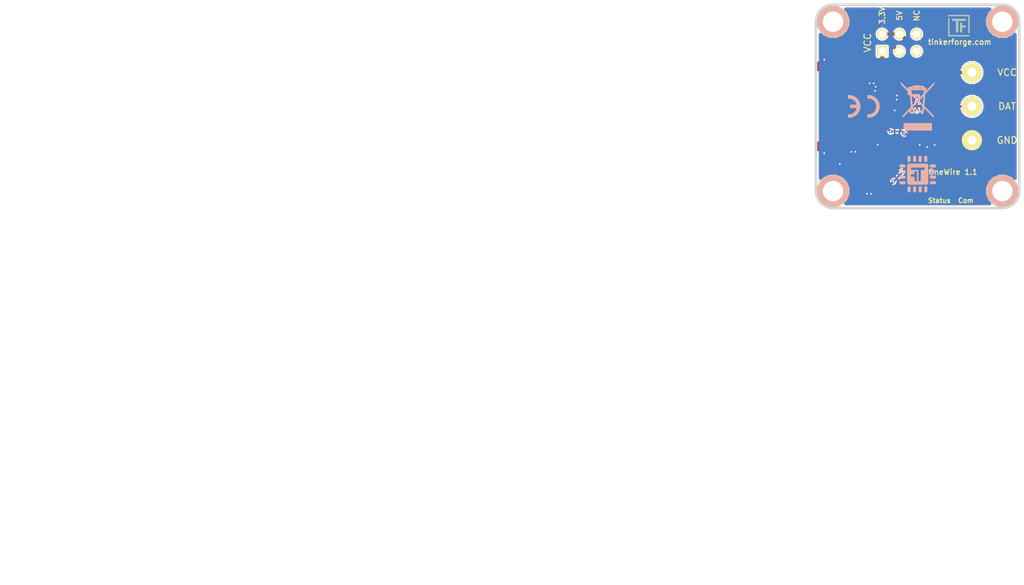
<source format=kicad_pcb>
(kicad_pcb (version 20171130) (host pcbnew 5.1.12-84ad8e8a86~92~ubuntu20.04.1)
  (title_block (title "1-Wire Bricklet") (date 2018-05-07) (rev 1.0) (company "Tinkerforge GmbH") (comment 1 "Licensed under CERN OHL v.1.1") (comment 2 "Copyright (©) 2018, L.Lauer <lukas@tinkerforge.com>"))
  (layers (0 F.Cu signal) (31 B.Cu signal hide) (34 B.Paste user) (35 F.Paste user) (36 B.SilkS user) (37 F.SilkS user) (38 B.Mask user) (39 F.Mask user) (44 Edge.Cuts user))
  (net 0 "")
  (net 1 GND)
  (net 2 S-MISO)
  (net 3 S-CS)
  (net 4 S-CLK)
  (net 5 S-MOSI)
  (net 6 3V3)
  (net 7 "Net-(C2-Pad2)")
  (net 8 "Net-(D1-Pad2)")
  (net 9 DAT)
  (net 10 "Net-(D3-Pad2)")
  (net 11 "Net-(P1-Pad4)")
  (net 12 "Net-(P1-Pad5)")
  (net 13 "Net-(P1-Pad6)")
  (net 14 "Net-(P2-Pad1)")
  (net 15 "Net-(P3-Pad2)")
  (net 16 RX)
  (net 17 TX)
  (net 18 "Net-(D2-Pad2)")
  (net 19 "Net-(RP2-Pad5)")
  (net 20 "Net-(RP2-Pad8)")
  (net 21 +5V)
  (net 22 VCC)
  (module kicad-libraries:Logo_CoMCU (layer B.Cu) (at 147.3 134.7 180)
    (fp_text reference G*** hide)
    (fp_text value LOGO hide)
  )
  (module kicad-libraries:WEEE_7mm (layer B.Cu) (at 147.3 124.7 180)
    (fp_text reference G*** hide)
    (fp_text value LOGO hide)
  )
  (module kicad-libraries:CE_5mm (layer B.Cu) (at 139.3 124.7 180)
    (fp_text reference VAL hide)
    (fp_text value CE_5mm hide)
  )
  (module kicad-libraries:DEBUG_PAD (layer F.Cu) (at 142.1 129.6)
    (fp_text reference P2)
    (fp_text value DEBUG)
    (pad 1 smd circle (at 0 0) (size 0.7 0.7) (layers F.Cu F.Paste F.Mask) (net 14 "Net-(P2-Pad1)"))
  )
  (module kicad-libraries:SolderJumper (layer F.Cu) (at 136.8 133.2)
    (fp_text reference P3)
    (fp_text value BOOT)
    (pad 2 smd rect (at 0.55 0) (size 0.3 1.4) (layers F.Cu F.Mask) (net 15 "Net-(P3-Pad2)"))
    (pad 2 smd rect (at 0.15 0) (size 0.6 0.5) (layers F.Cu F.Mask) (net 15 "Net-(P3-Pad2)"))
    (pad 1 smd rect (at -0.5 0) (size 0.4 1.4) (layers F.Cu F.Mask) (net 1 GND))
    (pad 1 smd rect (at -0.225 0.55) (size 0.95 0.3) (layers F.Cu F.Mask) (net 1 GND))
    (pad 1 smd rect (at -0.225 -0.55) (size 0.95 0.3) (layers F.Cu F.Mask) (net 1 GND))
  )
  (module kicad-libraries:QFN24-4x4mm-0.5mm (layer F.Cu) (at 140.9 133.4)
    (fp_text reference U1)
    (fp_text value XMC1302)
    (pad 1 smd oval (at -2.025 -1.25) (size 1 0.3) (layers F.Cu F.Paste F.Mask) (net 2 S-MISO))
    (pad 2 smd oval (at -2.025 -0.75) (size 1 0.3) (layers F.Cu F.Paste F.Mask))
    (pad 3 smd oval (at -2.025 -0.25) (size 1 0.3) (layers F.Cu F.Paste F.Mask))
    (pad 4 smd oval (at -2.025 0.25) (size 1 0.3) (layers F.Cu F.Paste F.Mask) (net 15 "Net-(P3-Pad2)"))
    (pad 5 smd oval (at -2.025 0.75) (size 1 0.3) (layers F.Cu F.Paste F.Mask))
    (pad 6 smd oval (at -2.025 1.25) (size 1 0.3) (layers F.Cu F.Paste F.Mask))
    (pad 7 smd oval (at -1.25 2.025 90) (size 1 0.3) (layers F.Cu F.Paste F.Mask))
    (pad 8 smd oval (at -0.75 2.025 90) (size 1 0.3) (layers F.Cu F.Paste F.Mask))
    (pad 9 smd oval (at -0.25 2.025 90) (size 1 0.3) (layers F.Cu F.Paste F.Mask) (net 1 GND))
    (pad 10 smd oval (at 0.25 2.025 90) (size 1 0.3) (layers F.Cu F.Paste F.Mask) (net 6 3V3))
    (pad 11 smd oval (at 0.75 2.025 90) (size 1 0.3) (layers F.Cu F.Paste F.Mask))
    (pad 12 smd oval (at 1.25 2.025 90) (size 1 0.3) (layers F.Cu F.Paste F.Mask))
    (pad 13 smd oval (at 2.025 1.25) (size 1 0.3) (layers F.Cu F.Paste F.Mask) (net 19 "Net-(RP2-Pad5)"))
    (pad 14 smd oval (at 2.025 0.75) (size 1 0.3) (layers F.Cu F.Paste F.Mask) (net 20 "Net-(RP2-Pad8)"))
    (pad 15 smd oval (at 2.025 0.25) (size 1 0.3) (layers F.Cu F.Paste F.Mask))
    (pad 16 smd oval (at 2.025 -0.25) (size 1 0.3) (layers F.Cu F.Paste F.Mask))
    (pad 17 smd oval (at 2.025 -0.75) (size 1 0.3) (layers F.Cu F.Paste F.Mask) (net 16 RX))
    (pad 18 smd oval (at 2.025 -1.25) (size 1 0.3) (layers F.Cu F.Paste F.Mask) (net 17 TX))
    (pad 19 smd oval (at 1.25 -2.025 90) (size 1 0.3) (layers F.Cu F.Paste F.Mask) (net 14 "Net-(P2-Pad1)"))
    (pad 20 smd oval (at 0.75 -2.025 90) (size 1 0.3) (layers F.Cu F.Paste F.Mask) (net 1 GND))
    (pad 21 smd oval (at 0.25 -2.025 90) (size 1 0.3) (layers F.Cu F.Paste F.Mask) (net 1 GND))
    (pad 22 smd oval (at -0.25 -2.025 90) (size 1 0.3) (layers F.Cu F.Paste F.Mask) (net 3 S-CS))
    (pad 23 smd oval (at -0.75 -2.025 90) (size 1 0.3) (layers F.Cu F.Paste F.Mask) (net 4 S-CLK))
    (pad 24 smd oval (at -1.25 -2.025 90) (size 1 0.3) (layers F.Cu F.Paste F.Mask) (net 5 S-MOSI))
    (pad EXP smd rect (at 0.65 0.65) (size 1.3 1.3) (layers F.Cu F.Paste F.Mask) (net 1 GND))
    (pad EXP smd rect (at 0.65 -0.65) (size 1.3 1.3) (layers F.Cu F.Paste F.Mask) (net 1 GND))
    (pad EXP smd rect (at -0.65 0.65) (size 1.3 1.3) (layers F.Cu F.Paste F.Mask) (net 1 GND))
    (pad EXP smd rect (at -0.65 -0.65) (size 1.3 1.3) (layers F.Cu F.Paste F.Mask) (net 1 GND))
  )
  (module kicad-libraries:AKL_5_3 (layer F.Cu) (at 155.3 124.7 270)
    (fp_text reference P5)
    (fp_text value CONN_01X03)
    (pad 1 thru_hole circle (at -5 0 270) (size 2.99974 2.99974) (drill 1.30048) (layers *.Cu *.Mask F.SilkS) (net 22 VCC))
    (pad 2 thru_hole circle (at 0 0 270) (size 2.99974 2.99974) (drill 1.30048) (layers *.Cu *.Mask F.SilkS) (net 9 DAT))
    (pad 3 thru_hole circle (at 5 0 270) (size 2.99974 2.99974) (drill 1.30048) (layers *.Cu *.Mask F.SilkS) (net 1 GND))
  )
  (module kicad-libraries:SC70-6 (layer F.Cu) (at 145.6 125.3 270)
    (fp_text reference U2)
    (fp_text value NC7WZ07)
    (pad 1 smd rect (at -0.65 0.95 270) (size 0.4 0.7) (layers F.Cu F.Paste F.Mask) (net 17 TX))
    (pad 2 smd rect (at 0 0.95 270) (size 0.4 0.7) (layers F.Cu F.Paste F.Mask) (net 1 GND))
    (pad 3 smd rect (at 0.65 0.95 270) (size 0.4 0.7) (layers F.Cu F.Paste F.Mask) (net 18 "Net-(D2-Pad2)"))
    (pad 4 smd rect (at 0.65 -0.95 270) (size 0.4 0.7) (layers F.Cu F.Paste F.Mask) (net 16 RX))
    (pad 6 smd rect (at -0.65 -0.95 270) (size 0.4 0.7) (layers F.Cu F.Paste F.Mask) (net 18 "Net-(D2-Pad2)"))
    (pad 5 smd rect (at 0 -0.95 270) (size 0.4 0.7) (layers F.Cu F.Paste F.Mask) (net 6 3V3))
  )
  (module kicad-libraries:Logo_31x31 (layer F.Cu) (at 151.8 111.2)
    (fp_text reference G*** hide)
    (fp_text value Logo_31x31 hide)
  )
  (module kicad-libraries:C0805 (layer F.Cu) (at 138.8 122.8 270)
    (fp_text reference C1)
    (fp_text value 10uF)
    (pad 1 smd rect (at -1.00076 0 270) (size 1.00076 1.24968) (layers F.Cu F.Paste F.Mask) (net 1 GND) (clearance 0.14986))
    (pad 2 smd rect (at 1.00076 0 270) (size 1.00076 1.24968) (layers F.Cu F.Paste F.Mask) (net 6 3V3) (clearance 0.14986))
  )
  (module kicad-libraries:C0603F (layer F.Cu) (at 140.3 122.8 270)
    (fp_text reference C3)
    (fp_text value 1uF)
    (pad 1 smd rect (at -0.75 0 270) (size 0.9 0.9) (layers F.Cu F.Paste F.Mask) (net 1 GND))
    (pad 2 smd rect (at 0.75 0 270) (size 0.9 0.9) (layers F.Cu F.Paste F.Mask) (net 6 3V3))
  )
  (module kicad-libraries:C0603F (layer F.Cu) (at 140.87 136.86 180)
    (fp_text reference C4)
    (fp_text value 100nF)
    (pad 1 smd rect (at -0.75 0 180) (size 0.9 0.9) (layers F.Cu F.Paste F.Mask) (net 6 3V3))
    (pad 2 smd rect (at 0.75 0 180) (size 0.9 0.9) (layers F.Cu F.Paste F.Mask) (net 1 GND))
  )
  (module kicad-libraries:D0603E (layer F.Cu) (at 150.5 137.3 180)
    (fp_text reference D1)
    (fp_text value blue)
    (pad 1 smd rect (at -0.8501 0 180) (size 1.1 1) (layers F.Cu F.Paste F.Mask) (net 6 3V3))
    (pad 2 smd rect (at 0.8501 0 180) (size 1.1 1) (layers F.Cu F.Paste F.Mask) (net 8 "Net-(D1-Pad2)"))
  )
  (module kicad-libraries:D0603E (layer F.Cu) (at 154.4 137.3 180)
    (fp_text reference D3)
    (fp_text value green)
    (pad 1 smd rect (at -0.8501 0 180) (size 1.1 1) (layers F.Cu F.Paste F.Mask) (net 6 3V3))
    (pad 2 smd rect (at 0.8501 0 180) (size 1.1 1) (layers F.Cu F.Paste F.Mask) (net 10 "Net-(D3-Pad2)"))
  )
  (module kicad-libraries:CON-SENSOR2 (layer F.Cu) (at 132.3 124.7 270)
    (fp_text reference P1)
    (fp_text value CON-SENSOR2)
    (pad 1 smd rect (at -3.75 -4.6 270) (size 0.6 1.8) (layers F.Cu F.Paste F.Mask) (net 21 +5V))
    (pad 2 smd rect (at -2.5 -4.6 270) (size 0.6 1.8) (layers F.Cu F.Paste F.Mask) (net 1 GND))
    (pad EP smd rect (at -5.9 -1.2 270) (size 1.4 2.4) (layers F.Cu F.Paste F.Mask) (net 1 GND))
    (pad EP smd rect (at 5.9 -1.2 270) (size 1.4 2.4) (layers F.Cu F.Paste F.Mask) (net 1 GND))
    (pad 3 smd rect (at -1.25 -4.6 270) (size 0.6 1.8) (layers F.Cu F.Paste F.Mask) (net 6 3V3))
    (pad 4 smd rect (at 0 -4.6 270) (size 0.6 1.8) (layers F.Cu F.Paste F.Mask) (net 11 "Net-(P1-Pad4)"))
    (pad 5 smd rect (at 1.25 -4.6 270) (size 0.6 1.8) (layers F.Cu F.Paste F.Mask) (net 12 "Net-(P1-Pad5)"))
    (pad 6 smd rect (at 2.5 -4.6 270) (size 0.6 1.8) (layers F.Cu F.Paste F.Mask) (net 13 "Net-(P1-Pad6)"))
    (pad 7 smd rect (at 3.75 -4.6 270) (size 0.6 1.8) (layers F.Cu F.Paste F.Mask) (net 7 "Net-(C2-Pad2)"))
  )
  (module kicad-libraries:pin_array_3x2 (layer F.Cu) (at 144.6 115.3)
    (fp_text reference P4)
    (fp_text value CONN_02X03 hide)
    (pad 1 thru_hole rect (at -2.54 1.27) (size 1.524 1.524) (drill 1.016) (layers *.Cu *.Mask F.SilkS) (net 6 3V3))
    (pad 2 thru_hole circle (at -2.54 -1.27) (size 1.524 1.524) (drill 1.016) (layers *.Cu *.Mask F.SilkS) (net 22 VCC))
    (pad 3 thru_hole circle (at 0 1.27) (size 1.524 1.524) (drill 1.016) (layers *.Cu *.Mask F.SilkS) (net 21 +5V))
    (pad 4 thru_hole circle (at 0 -1.27) (size 1.524 1.524) (drill 1.016) (layers *.Cu *.Mask F.SilkS) (net 22 VCC))
    (pad 5 thru_hole circle (at 2.54 1.27) (size 1.524 1.524) (drill 1.016) (layers *.Cu *.Mask F.SilkS))
    (pad 6 thru_hole circle (at 2.54 -1.27) (size 1.524 1.524) (drill 1.016) (layers *.Cu *.Mask F.SilkS))
  )
  (module kicad-libraries:R0603F (layer F.Cu) (at 148.7 122.5 270)
    (fp_text reference R2)
    (fp_text value 4k7)
    (pad 1 smd rect (at -0.75 0 270) (size 0.9 0.9) (layers F.Cu F.Paste F.Mask) (net 22 VCC))
    (pad 2 smd rect (at 0.75 0 270) (size 0.9 0.9) (layers F.Cu F.Paste F.Mask) (net 18 "Net-(D2-Pad2)"))
  )
  (module kicad-libraries:R0603F (layer F.Cu) (at 146.5 128.1 90)
    (fp_text reference R3)
    (fp_text value 4k7)
    (pad 1 smd rect (at -0.75 0 90) (size 0.9 0.9) (layers F.Cu F.Paste F.Mask) (net 6 3V3))
    (pad 2 smd rect (at 0.75 0 90) (size 0.9 0.9) (layers F.Cu F.Paste F.Mask) (net 16 RX))
  )
  (module kicad-libraries:4X0402 (layer F.Cu) (at 139.9 129.5 180)
    (fp_text reference RP1)
    (fp_text value 82)
    (pad 1 smd rect (at -0.7493 0.575) (size 0.29972 0.65) (layers F.Cu F.Paste F.Mask) (net 11 "Net-(P1-Pad4)"))
    (pad 2 smd rect (at -0.24892 0.575) (size 0.29972 0.65) (layers F.Cu F.Paste F.Mask) (net 12 "Net-(P1-Pad5)"))
    (pad 3 smd rect (at 0.24892 0.575) (size 0.29972 0.65) (layers F.Cu F.Paste F.Mask) (net 13 "Net-(P1-Pad6)"))
    (pad 4 smd rect (at 0.7493 0.575) (size 0.29972 0.65) (layers F.Cu F.Paste F.Mask) (net 7 "Net-(C2-Pad2)"))
    (pad 5 smd rect (at 0.7493 -0.575 180) (size 0.29972 0.65) (layers F.Cu F.Paste F.Mask) (net 2 S-MISO))
    (pad 6 smd rect (at 0.24892 -0.575 180) (size 0.29972 0.65) (layers F.Cu F.Paste F.Mask) (net 5 S-MOSI))
    (pad 7 smd rect (at -0.24892 -0.575 180) (size 0.29972 0.65) (layers F.Cu F.Paste F.Mask) (net 4 S-CLK))
    (pad 8 smd rect (at -0.7493 -0.575 180) (size 0.29972 0.65) (layers F.Cu F.Paste F.Mask) (net 3 S-CS))
  )
  (module kicad-libraries:DRILL_NP (layer F.Cu) (at 134.8 137.2)
    (fp_text reference U3 hide)
    (fp_text value DRILL hide)
    (pad "" np_thru_hole circle (at 0 0) (size 2.99974 2.99974) (drill 2.99974) (layers *.Cu *.Mask F.SilkS) (clearance 0.89916))
  )
  (module kicad-libraries:DRILL_NP (layer F.Cu) (at 159.8 137.2)
    (fp_text reference U4 hide)
    (fp_text value DRILL hide)
    (pad "" np_thru_hole circle (at 0 0) (size 2.99974 2.99974) (drill 2.99974) (layers *.Cu *.Mask F.SilkS) (clearance 0.89916))
  )
  (module kicad-libraries:DRILL_NP (layer F.Cu) (at 159.8 112.2)
    (fp_text reference U5 hide)
    (fp_text value DRILL hide)
    (pad "" np_thru_hole circle (at 0 0) (size 2.99974 2.99974) (drill 2.99974) (layers *.Cu *.Mask F.SilkS) (clearance 0.89916))
  )
  (module kicad-libraries:DRILL_NP (layer F.Cu) (at 134.8 112.2)
    (fp_text reference U6 hide)
    (fp_text value DRILL hide)
    (pad "" np_thru_hole circle (at 0 0) (size 2.99974 2.99974) (drill 2.99974) (layers *.Cu *.Mask F.SilkS) (clearance 0.89916))
  )
  (module kicad-libraries:C0603F (layer F.Cu) (at 145.7 123.5)
    (fp_text reference C5)
    (fp_text value 100nF)
    (pad 1 smd rect (at -0.75 0) (size 0.9 0.9) (layers F.Cu F.Paste F.Mask) (net 1 GND))
    (pad 2 smd rect (at 0.75 0) (size 0.9 0.9) (layers F.Cu F.Paste F.Mask) (net 6 3V3))
  )
  (module kicad-libraries:4X0603 (layer F.Cu) (at 146.3 136.4 270)
    (fp_text reference RP2)
    (fp_text value 1k)
    (pad 1 smd rect (at -1.19888 -0.8509 270) (size 0.44958 0.89916) (layers F.Cu F.Paste F.Mask) (net 8 "Net-(D1-Pad2)"))
    (pad 2 smd rect (at -0.39878 -0.8509 270) (size 0.44958 0.89916) (layers F.Cu F.Paste F.Mask))
    (pad 3 smd rect (at 0.39878 -0.8509 270) (size 0.44958 0.89916) (layers F.Cu F.Paste F.Mask))
    (pad 4 smd rect (at 1.19888 -0.8509 270) (size 0.44958 0.89916) (layers F.Cu F.Paste F.Mask) (net 10 "Net-(D3-Pad2)"))
    (pad 5 smd rect (at 1.19888 0.8509 270) (size 0.44958 0.89916) (layers F.Cu F.Paste F.Mask) (net 19 "Net-(RP2-Pad5)"))
    (pad 6 smd rect (at 0.39878 0.8509 270) (size 0.44958 0.89916) (layers F.Cu F.Paste F.Mask))
    (pad 7 smd rect (at -0.39878 0.8509 270) (size 0.44958 0.89916) (layers F.Cu F.Paste F.Mask))
    (pad 8 smd rect (at -1.19888 0.8509 270) (size 0.44958 0.89916) (layers F.Cu F.Paste F.Mask) (net 20 "Net-(RP2-Pad8)"))
  )
  (module kicad-libraries:Fiducial_Mark (layer F.Cu) (at 136.3 116.7)
    (fp_text reference Fiducial_Mark hide)
    (fp_text value VAL** hide)
    (pad 1 smd circle (at 0 0) (size 1.00076 1.00076) (layers F.Cu F.Paste F.Mask) (clearance 0.65024))
  )
  (module kicad-libraries:Fiducial_Mark (layer F.Cu) (at 160.3 132.7)
    (fp_text reference Fiducial_Mark hide)
    (fp_text value VAL** hide)
    (pad 1 smd circle (at 0 0) (size 1.00076 1.00076) (layers F.Cu F.Paste F.Mask) (clearance 0.65024))
  )
  (module kicad-libraries:Fiducial_Mark (layer F.Cu) (at 133.8 133.2)
    (fp_text reference Fiducial_Mark hide)
    (fp_text value VAL** hide)
    (pad 1 smd circle (at 0 0) (size 1.00076 1.00076) (layers F.Cu F.Paste F.Mask) (clearance 0.65024))
  )
  (module kicad-libraries:C0402F (layer F.Cu) (at 137.81 130.1 90)
    (fp_text reference C2)
    (fp_text value 220pF)
    (pad 2 smd rect (at 0.5 0 90) (size 0.6 0.7) (layers F.Cu F.Paste F.Mask) (net 7 "Net-(C2-Pad2)"))
    (pad 1 smd rect (at -0.5 0 90) (size 0.6 0.7) (layers F.Cu F.Paste F.Mask) (net 1 GND))
  )
  (module kicad-libraries:R0603F (layer F.Cu) (at 149.5 124.7 180)
    (fp_text reference R1)
    (fp_text value 100)
    (pad 1 smd rect (at -0.75 0 180) (size 0.9 0.9) (layers F.Cu F.Paste F.Mask) (net 9 DAT))
    (pad 2 smd rect (at 0.75 0 180) (size 0.9 0.9) (layers F.Cu F.Paste F.Mask) (net 18 "Net-(D2-Pad2)"))
  )
  (module kicad-libraries:MiniMelf (layer F.Cu) (at 148.7 128 270)
    (fp_text reference D2)
    (fp_text value 5V)
    (pad 1 smd rect (at 1.69926 0 270) (size 1.19888 1.6002) (layers F.Cu F.Paste F.Mask) (net 1 GND))
    (pad 2 smd rect (at -1.69926 0 270) (size 1.19888 1.6002) (layers F.Cu F.Paste F.Mask) (net 18 "Net-(D2-Pad2)"))
  )
  (gr_text VCC (at 139.9 115.3 90) (layer F.SilkS) (effects (font (size 1 1))))
  (gr_text Com (at 154.4 138.6) (layer F.SilkS) (effects (font (size 0.7 0.7))))
  (gr_text Status (at 150.5 138.6) (layer F.SilkS) (effects (font (size 0.7 0.7))))
  (gr_text NC (at 147.15 111.3 90) (layer F.SilkS) (effects (font (size 0.8 0.8))))
  (gr_text 5V (at 144.6 111.3 90) (layer F.SilkS) (effects (font (size 0.8 0.8))))
  (gr_text 3,3V (at 142.05 111.3 90) (layer F.SilkS) (effects (font (size 0.8 0.8))))
  (gr_text GND (at 160.5 129.7) (layer F.SilkS) (effects (font (size 1 1))))
  (gr_text DAT (at 160.5 124.7) (layer F.SilkS) (effects (font (size 1 1))))
  (gr_text VCC (at 160.5 119.7) (layer F.SilkS) (effects (font (size 1 1))))
  (gr_text "tinkerforge.com\n" (at 153.5 115.2) (layer F.SilkS) (effects (font (size 0.8 0.8))))
  (gr_text "OneWire 1.1" (at 152.5 134.4) (layer F.SilkS) (effects (font (size 0.8 0.8))))
  (gr_line (start 132.3 112.2) (end 132.3 137.2) (angle 90) (layer Edge.Cuts) (width 0.381))
  (gr_line (start 159.8 109.7) (end 134.8 109.7) (angle 90) (layer Edge.Cuts) (width 0.381))
  (gr_line (start 162.3 137.2) (end 162.3 112.2) (angle 90) (layer Edge.Cuts) (width 0.381))
  (gr_line (start 134.8 139.7) (end 159.8 139.7) (angle 90) (layer Edge.Cuts) (width 0.381))
  (gr_arc (start 134.8 137.2) (end 134.8 139.7) (angle 90) (layer Edge.Cuts) (width 0.381))
  (gr_arc (start 159.8 137.2) (end 162.3 137.2) (angle 90) (layer Edge.Cuts) (width 0.381))
  (gr_arc (start 159.8 112.2) (end 159.8 109.7) (angle 90) (layer Edge.Cuts) (width 0.381))
  (gr_arc (start 134.8 112.2) (end 132.3 112.2) (angle 90) (layer Edge.Cuts) (width 0.381))
  (segment (start 136.3 133.2) (end 136.3 133.6) (width 0.2) (layer F.Cu) (net 1))
  (segment (start 136.3 133.6) (end 136.4 133.7) (width 0.2) (layer F.Cu) (net 1))
  (segment (start 136.4 133.7) (end 136.6 133.7) (width 0.2) (layer F.Cu) (net 1))
  (segment (start 136.6 133.7) (end 136.575 133.75) (width 0.2) (layer F.Cu) (net 1))
  (segment (start 136.3 133.2) (end 136.3 132.7) (width 0.2) (layer F.Cu) (net 1))
  (segment (start 136.3 132.7) (end 136.6 132.7) (width 0.2) (layer F.Cu) (net 1))
  (segment (start 136.6 132.7) (end 136.575 132.65) (width 0.2) (layer F.Cu) (net 1))
  (segment (start 140.3 122.05) (end 140.65 122.05) (width 0.5) (layer F.Cu) (net 1))
  (segment (start 140.65 122.05) (end 141 122.4) (width 0.5) (layer F.Cu) (net 1))
  (via (at 141 122.4) (size 0.55) (drill 0.25) (layers F.Cu B.Cu) (net 1))
  (segment (start 140.3 122.05) (end 140.85 122.05) (width 0.5) (layer F.Cu) (net 1))
  (via (at 141.1 121.8) (size 0.55) (drill 0.25) (layers F.Cu B.Cu) (net 1))
  (segment (start 140.85 122.05) (end 141.1 121.8) (width 0.5) (layer F.Cu) (net 1))
  (segment (start 140.3 122.05) (end 140.3 121.8) (width 0.5) (layer F.Cu) (net 1))
  (segment (start 140.3 121.8) (end 140.8 121.3) (width 0.5) (layer F.Cu) (net 1))
  (via (at 140.8 121.3) (size 0.55) (drill 0.25) (layers F.Cu B.Cu) (net 1))
  (segment (start 140.3 122.05) (end 140.3 121.4) (width 0.5) (layer F.Cu) (net 1))
  (via (at 140.2 121.3) (size 0.55) (drill 0.25) (layers F.Cu B.Cu) (net 1))
  (segment (start 140.3 121.4) (end 140.2 121.3) (width 0.5) (layer F.Cu) (net 1))
  (segment (start 138.8 121.79924) (end 139.49924 121.79924) (width 0.5) (layer F.Cu) (net 1))
  (segment (start 139.75 122.05) (end 140.3 122.05) (width 0.5) (layer F.Cu) (net 1))
  (segment (start 139.49924 121.79924) (end 139.75 122.05) (width 0.5) (layer F.Cu) (net 1))
  (segment (start 136.9 122.2) (end 137.8 122.2) (width 0.5) (layer F.Cu) (net 1))
  (segment (start 137.8 122.2) (end 138.20076 121.79924) (width 0.5) (layer F.Cu) (net 1))
  (segment (start 138.20076 121.79924) (end 138.8 121.79924) (width 0.5) (layer F.Cu) (net 1))
  (segment (start 133.5 118.8) (end 133.5 117.8) (width 0.3) (layer F.Cu) (net 1))
  (via (at 133.5 117.8) (size 0.55) (drill 0.25) (layers F.Cu B.Cu) (net 1))
  (segment (start 133.5 130.6) (end 133.5 131.6) (width 0.3) (layer F.Cu) (net 1))
  (via (at 133.5 131.6) (size 0.55) (drill 0.25) (layers F.Cu B.Cu) (net 1))
  (segment (start 148.7 129.84912) (end 148.15088 129.84912) (width 0.5) (layer F.Cu) (net 1))
  (via (at 147.6 130.4) (size 0.55) (drill 0.25) (layers F.Cu B.Cu) (net 1))
  (segment (start 148.15088 129.84912) (end 147.6 130.4) (width 0.5) (layer F.Cu) (net 1))
  (segment (start 148.7 129.84912) (end 149.24912 129.84912) (width 0.5) (layer F.Cu) (net 1))
  (via (at 149.8 130.4) (size 0.55) (drill 0.25) (layers F.Cu B.Cu) (net 1))
  (segment (start 149.24912 129.84912) (end 149.8 130.4) (width 0.5) (layer F.Cu) (net 1))
  (segment (start 148.7 129.84912) (end 148.7 130.7) (width 0.5) (layer F.Cu) (net 1))
  (via (at 148.7 130.7) (size 0.55) (drill 0.25) (layers F.Cu B.Cu) (net 1))
  (segment (start 136.3 133.2) (end 135.8 133.2) (width 0.2) (layer F.Cu) (net 1))
  (via (at 135.8 133.2) (size 0.55) (drill 0.25) (layers F.Cu B.Cu) (net 1))
  (segment (start 140.12 136.86) (end 140.12 137.28) (width 0.5) (layer F.Cu) (net 1))
  (segment (start 140.12 137.28) (end 139.8 137.6) (width 0.5) (layer F.Cu) (net 1))
  (via (at 139.8 137.6) (size 0.55) (drill 0.25) (layers F.Cu B.Cu) (net 1))
  (segment (start 140.12 136.86) (end 140.12 137.32) (width 0.5) (layer F.Cu) (net 1))
  (via (at 140.4 137.6) (size 0.55) (drill 0.25) (layers F.Cu B.Cu) (net 1))
  (segment (start 140.12 137.32) (end 140.4 137.6) (width 0.5) (layer F.Cu) (net 1))
  (segment (start 137.81 130.75) (end 137.81 131.09) (width 0.5) (layer F.Cu) (net 1))
  (segment (start 137.81 131.09) (end 137.5 131.4) (width 0.5) (layer F.Cu) (net 1))
  (via (at 137.5 131.4) (size 0.55) (drill 0.25) (layers F.Cu B.Cu) (net 1))
  (segment (start 137.81 130.75) (end 137.81 131.11) (width 0.5) (layer F.Cu) (net 1))
  (via (at 138.1 131.4) (size 0.55) (drill 0.25) (layers F.Cu B.Cu) (net 1))
  (segment (start 137.81 131.11) (end 138.1 131.4) (width 0.5) (layer F.Cu) (net 1))
  (segment (start 144.95 123.5) (end 144.4 123.5) (width 0.5) (layer F.Cu) (net 1))
  (via (at 144.2 123.7) (size 0.55) (drill 0.25) (layers F.Cu B.Cu) (net 1))
  (segment (start 144.4 123.5) (end 144.2 123.7) (width 0.5) (layer F.Cu) (net 1))
  (segment (start 144.95 123.5) (end 144.6 123.5) (width 0.3) (layer F.Cu) (net 1))
  (segment (start 144.6 123.5) (end 144.2 123.1) (width 0.5) (layer F.Cu) (net 1))
  (via (at 144.2 123.1) (size 0.55) (drill 0.25) (layers F.Cu B.Cu) (net 1))
  (segment (start 144.65 125.3) (end 143.9 125.3) (width 0.3) (layer F.Cu) (net 1))
  (via (at 143.9 125.3) (size 0.55) (drill 0.25) (layers F.Cu B.Cu) (net 1))
  (segment (start 140.65 135.425) (end 140.65 134.45) (width 0.2) (layer F.Cu) (net 1))
  (segment (start 140.65 134.45) (end 140.25 134.05) (width 0.2) (layer F.Cu) (net 1))
  (segment (start 140.25 134.05) (end 140.25 132.75) (width 0.2) (layer F.Cu) (net 1))
  (segment (start 140.25 132.75) (end 141.55 132.75) (width 0.2) (layer F.Cu) (net 1))
  (segment (start 141.55 132.75) (end 141.55 134.05) (width 0.2) (layer F.Cu) (net 1))
  (segment (start 141.55 134.05) (end 140.25 134.05) (width 0.2) (layer F.Cu) (net 1))
  (segment (start 140.15 136.86) (end 140.15 136.59) (width 0.2) (layer F.Cu) (net 1))
  (segment (start 140.15 136.59) (end 140.65 136.09) (width 0.2) (layer F.Cu) (net 1))
  (segment (start 140.65 136.09) (end 140.65 135.425) (width 0.2) (layer F.Cu) (net 1))
  (segment (start 141.65 131.375) (end 141.65 130.6) (width 0.2) (layer F.Cu) (net 1))
  (segment (start 141.15 130.6) (end 141.4 130.35) (width 0.2) (layer F.Cu) (net 1))
  (segment (start 141.15 130.6) (end 141.15 131.375) (width 0.2) (layer F.Cu) (net 1))
  (segment (start 141.65 130.6) (end 141.4 130.35) (width 0.2) (layer F.Cu) (net 1))
  (via (at 141.4 130.35) (size 0.55) (drill 0.25) (layers F.Cu B.Cu) (net 1))
  (segment (start 139.1507 130.075) (end 139.1507 130.8493) (width 0.2) (layer F.Cu) (net 2))
  (segment (start 138.875 131.125) (end 138.875 132.15) (width 0.2) (layer F.Cu) (net 2))
  (segment (start 139.1507 130.8493) (end 138.875 131.125) (width 0.2) (layer F.Cu) (net 2))
  (segment (start 140.65 131.375) (end 140.65 130.0757) (width 0.2) (layer F.Cu) (net 3))
  (segment (start 140.65 130.0757) (end 140.6493 130.075) (width 0.2) (layer F.Cu) (net 3))
  (segment (start 140.15 131.375) (end 140.15 130.07608) (width 0.2) (layer F.Cu) (net 4))
  (segment (start 140.15 130.07608) (end 140.14892 130.075) (width 0.2) (layer F.Cu) (net 4))
  (segment (start 139.65 131.375) (end 139.65 130.07608) (width 0.2) (layer F.Cu) (net 5))
  (segment (start 139.65 130.07608) (end 139.65108 130.075) (width 0.2) (layer F.Cu) (net 5))
  (segment (start 142.06 116.57) (end 142.06 122.34) (width 0.5) (layer F.Cu) (net 6))
  (segment (start 142.06 122.34) (end 140.85 123.55) (width 0.5) (layer F.Cu) (net 6))
  (segment (start 146.5 128.85) (end 145.45 128.85) (width 0.3) (layer F.Cu) (net 6))
  (segment (start 140.3 125.4) (end 140.3 123.55) (width 0.3) (layer F.Cu) (net 6))
  (segment (start 143.3 128.4) (end 140.3 125.4) (width 0.3) (layer F.Cu) (net 6))
  (via (at 143.3 128.4) (size 0.55) (drill 0.25) (layers F.Cu B.Cu) (net 6))
  (segment (start 145 128.4) (end 143.3 128.4) (width 0.3) (layer B.Cu) (net 6))
  (segment (start 145.3 128.7) (end 145 128.4) (width 0.3) (layer B.Cu) (net 6))
  (via (at 145.3 128.7) (size 0.55) (drill 0.25) (layers F.Cu B.Cu) (net 6))
  (segment (start 145.45 128.85) (end 145.3 128.7) (width 0.3) (layer F.Cu) (net 6))
  (segment (start 141.62 136.86) (end 142.64 136.86) (width 0.3) (layer F.Cu) (net 6))
  (segment (start 146.5 132.8) (end 146.5 131.8) (width 0.3) (layer F.Cu) (net 6))
  (segment (start 145 134.3) (end 146.5 132.8) (width 0.3) (layer F.Cu) (net 6))
  (via (at 145 134.3) (size 0.55) (drill 0.25) (layers F.Cu B.Cu) (net 6))
  (segment (start 145 134.5) (end 145 134.3) (width 0.3) (layer B.Cu) (net 6))
  (segment (start 143.7 135.8) (end 145 134.5) (width 0.3) (layer B.Cu) (net 6))
  (via (at 143.7 135.8) (size 0.55) (drill 0.25) (layers F.Cu B.Cu) (net 6))
  (segment (start 142.64 136.86) (end 143.7 135.8) (width 0.3) (layer F.Cu) (net 6))
  (segment (start 155.2501 137.3) (end 155.2501 136.6501) (width 0.3) (layer F.Cu) (net 6))
  (segment (start 154.6 136) (end 150.7 136) (width 0.3) (layer F.Cu) (net 6))
  (segment (start 155.2501 136.6501) (end 154.6 136) (width 0.3) (layer F.Cu) (net 6))
  (segment (start 151.3501 137.3) (end 151.3501 136.6501) (width 0.3) (layer F.Cu) (net 6))
  (segment (start 146.5 131.8) (end 146.5 128.85) (width 0.3) (layer F.Cu) (net 6))
  (segment (start 151.3501 136.6501) (end 150.7 136) (width 0.3) (layer F.Cu) (net 6))
  (segment (start 150.7 136) (end 146.5 131.8) (width 0.3) (layer F.Cu) (net 6))
  (segment (start 136.9 123.45) (end 137.65 123.45) (width 0.3) (layer F.Cu) (net 6))
  (segment (start 137.65 123.45) (end 138.00076 123.80076) (width 0.3) (layer F.Cu) (net 6))
  (segment (start 138.00076 123.80076) (end 138.8 123.80076) (width 0.3) (layer F.Cu) (net 6))
  (segment (start 140.3 123.55) (end 139.85 123.55) (width 0.3) (layer F.Cu) (net 6))
  (segment (start 139.85 123.55) (end 139.59924 123.80076) (width 0.3) (layer F.Cu) (net 6))
  (segment (start 139.59924 123.80076) (end 138.8 123.80076) (width 0.3) (layer F.Cu) (net 6))
  (segment (start 146.45 123.5) (end 146.45 123.05) (width 0.3) (layer F.Cu) (net 6))
  (segment (start 146.45 123.05) (end 145.9 122.5) (width 0.3) (layer F.Cu) (net 6))
  (segment (start 145.9 122.5) (end 143.1 122.5) (width 0.3) (layer F.Cu) (net 6))
  (segment (start 143.1 122.5) (end 142.05 123.55) (width 0.3) (layer F.Cu) (net 6))
  (segment (start 142.05 123.55) (end 140.85 123.55) (width 0.3) (layer F.Cu) (net 6))
  (segment (start 140.85 123.55) (end 140.3 123.55) (width 0.3) (layer F.Cu) (net 6))
  (segment (start 147.2 125.3) (end 147.2 123.6) (width 0.3) (layer B.Cu) (net 6))
  (via (at 147.2 125.3) (size 0.55) (drill 0.25) (layers F.Cu B.Cu) (net 6))
  (segment (start 146.55 125.3) (end 147.2 125.3) (width 0.3) (layer F.Cu) (net 6))
  (segment (start 147.1 123.5) (end 146.45 123.5) (width 0.3) (layer F.Cu) (net 6))
  (segment (start 147.2 123.6) (end 147.1 123.5) (width 0.3) (layer F.Cu) (net 6))
  (via (at 147.2 123.6) (size 0.55) (drill 0.25) (layers F.Cu B.Cu) (net 6))
  (segment (start 141.65 136.86) (end 141.65 136.68) (width 0.2) (layer F.Cu) (net 6))
  (segment (start 141.65 136.68) (end 141.15 136.18) (width 0.2) (layer F.Cu) (net 6))
  (segment (start 141.15 136.18) (end 141.15 135.425) (width 0.2) (layer F.Cu) (net 6))
  (segment (start 137.81 129.45) (end 138.36 129.45) (width 0.2) (layer F.Cu) (net 7))
  (segment (start 138.885 128.925) (end 139.1507 128.925) (width 0.2) (layer F.Cu) (net 7))
  (segment (start 138.36 129.45) (end 138.885 128.925) (width 0.2) (layer F.Cu) (net 7))
  (segment (start 137.81 129.45) (end 137.81 129.11) (width 0.2) (layer F.Cu) (net 7))
  (segment (start 137.81 129.11) (end 137.15 128.45) (width 0.2) (layer F.Cu) (net 7))
  (segment (start 137.15 128.45) (end 136.9 128.45) (width 0.2) (layer F.Cu) (net 7))
  (segment (start 137 128.45) (end 136.9 128.45) (width 0.2) (layer F.Cu) (net 7))
  (segment (start 149.6499 137.3) (end 149.1 137.3) (width 0.2) (layer F.Cu) (net 8))
  (segment (start 149.1 137.3) (end 148.3 136.5) (width 0.2) (layer F.Cu) (net 8))
  (segment (start 148.3 136.5) (end 148.3 135.7) (width 0.2) (layer F.Cu) (net 8))
  (segment (start 148.3 135.7) (end 147.80112 135.20112) (width 0.2) (layer F.Cu) (net 8))
  (segment (start 147.80112 135.20112) (end 147.1509 135.20112) (width 0.2) (layer F.Cu) (net 8))
  (segment (start 150.25 124.7) (end 155.3 124.7) (width 0.3) (layer F.Cu) (net 9))
  (segment (start 147.1509 137.59888) (end 147.29888 137.59888) (width 0.2) (layer F.Cu) (net 10))
  (segment (start 147.29888 137.59888) (end 148.3 138.6) (width 0.2) (layer F.Cu) (net 10))
  (segment (start 148.3 138.6) (end 152.8 138.6) (width 0.2) (layer F.Cu) (net 10))
  (segment (start 152.8 138.6) (end 153.5499 137.8501) (width 0.2) (layer F.Cu) (net 10))
  (segment (start 153.5499 137.8501) (end 153.5499 137.3) (width 0.2) (layer F.Cu) (net 10))
  (segment (start 136.9 124.7) (end 137.9 124.7) (width 0.2) (layer F.Cu) (net 11))
  (segment (start 140.6493 127.4493) (end 140.6493 128.925) (width 0.2) (layer F.Cu) (net 11))
  (segment (start 137.9 124.7) (end 140.6493 127.4493) (width 0.2) (layer F.Cu) (net 11))
  (segment (start 136.9 125.95) (end 137.9 125.95) (width 0.2) (layer F.Cu) (net 12))
  (segment (start 140.14892 128.19892) (end 140.14892 128.925) (width 0.2) (layer F.Cu) (net 12))
  (segment (start 137.9 125.95) (end 140.14892 128.19892) (width 0.2) (layer F.Cu) (net 12))
  (segment (start 136.9 127.2) (end 138.35 127.2) (width 0.2) (layer F.Cu) (net 13))
  (segment (start 139.65108 128.50108) (end 139.65108 128.925) (width 0.2) (layer F.Cu) (net 13))
  (segment (start 138.35 127.2) (end 139.65108 128.50108) (width 0.2) (layer F.Cu) (net 13))
  (segment (start 142.15 131.375) (end 142.15 130.55) (width 0.2) (layer F.Cu) (net 14))
  (segment (start 142.1 130.5) (end 142.1 129.6) (width 0.2) (layer F.Cu) (net 14))
  (segment (start 142.15 130.55) (end 142.1 130.5) (width 0.2) (layer F.Cu) (net 14))
  (segment (start 137.35 133.2) (end 136.95 133.2) (width 0.2) (layer F.Cu) (net 15))
  (segment (start 138.875 133.65) (end 138.05 133.65) (width 0.2) (layer F.Cu) (net 15))
  (segment (start 137.6 133.2) (end 136.95 133.2) (width 0.2) (layer F.Cu) (net 15))
  (segment (start 138.05 133.65) (end 137.6 133.2) (width 0.2) (layer F.Cu) (net 15))
  (segment (start 146.5 127.35) (end 145.55 127.35) (width 0.2) (layer F.Cu) (net 16))
  (segment (start 143.85 132.65) (end 142.925 132.65) (width 0.2) (layer F.Cu) (net 16))
  (segment (start 144.6 131.9) (end 143.85 132.65) (width 0.2) (layer F.Cu) (net 16))
  (segment (start 144.6 128.3) (end 144.6 131.9) (width 0.2) (layer F.Cu) (net 16))
  (segment (start 145.55 127.35) (end 144.6 128.3) (width 0.2) (layer F.Cu) (net 16))
  (segment (start 146.55 125.95) (end 146.55 127.3) (width 0.3) (layer F.Cu) (net 16))
  (segment (start 146.55 127.3) (end 146.5 127.35) (width 0.3) (layer F.Cu) (net 16))
  (segment (start 144.65 124.65) (end 143.65 124.65) (width 0.2) (layer F.Cu) (net 17))
  (segment (start 143.45 132.15) (end 142.925 132.15) (width 0.2) (layer F.Cu) (net 17))
  (segment (start 143.9 131.7) (end 143.45 132.15) (width 0.2) (layer F.Cu) (net 17))
  (segment (start 143.9 127.7) (end 143.9 131.7) (width 0.2) (layer F.Cu) (net 17))
  (segment (start 143.9 127.7) (end 143.3 127.1) (width 0.2) (layer F.Cu) (net 17))
  (segment (start 143.3 127.1) (end 143.3 125) (width 0.2) (layer F.Cu) (net 17))
  (segment (start 143.3 125) (end 143.65 124.65) (width 0.2) (layer F.Cu) (net 17))
  (segment (start 144.65 125.95) (end 145.15 125.95) (width 0.3) (layer F.Cu) (net 18))
  (segment (start 145.95 124.65) (end 146.55 124.65) (width 0.3) (layer F.Cu) (net 18))
  (segment (start 145.6 125) (end 145.95 124.65) (width 0.3) (layer F.Cu) (net 18))
  (segment (start 145.6 125.5) (end 145.6 125) (width 0.3) (layer F.Cu) (net 18))
  (segment (start 145.15 125.95) (end 145.6 125.5) (width 0.3) (layer F.Cu) (net 18))
  (segment (start 146.55 124.65) (end 148.7 124.65) (width 0.3) (layer F.Cu) (net 18))
  (segment (start 148.7 124.65) (end 148.75 124.7) (width 0.3) (layer F.Cu) (net 18))
  (segment (start 148.7 123.25) (end 148.7 124.65) (width 0.3) (layer F.Cu) (net 18))
  (segment (start 148.7 124.65) (end 148.75 124.7) (width 0.3) (layer F.Cu) (net 18))
  (segment (start 148.7 126.15088) (end 148.7 124.75) (width 0.3) (layer F.Cu) (net 18))
  (segment (start 148.7 124.75) (end 148.75 124.7) (width 0.3) (layer F.Cu) (net 18))
  (segment (start 145.4491 137.59888) (end 144.99888 137.59888) (width 0.2) (layer F.Cu) (net 19))
  (segment (start 143.55 134.65) (end 142.925 134.65) (width 0.2) (layer F.Cu) (net 19))
  (segment (start 144.3 135.4) (end 143.55 134.65) (width 0.2) (layer F.Cu) (net 19))
  (segment (start 144.3 136.9) (end 144.3 135.4) (width 0.2) (layer F.Cu) (net 19))
  (segment (start 144.99888 137.59888) (end 144.3 136.9) (width 0.2) (layer F.Cu) (net 19))
  (segment (start 142.925 134.15) (end 143.85 134.15) (width 0.2) (layer F.Cu) (net 20))
  (segment (start 144.90112 135.20112) (end 145.4491 135.20112) (width 0.2) (layer F.Cu) (net 20))
  (segment (start 143.85 134.15) (end 144.90112 135.20112) (width 0.2) (layer F.Cu) (net 20))
  (segment (start 144.6 116.57) (end 144.47 116.57) (width 0.5) (layer F.Cu) (net 21))
  (segment (start 144.47 116.57) (end 143.2 115.3) (width 0.5) (layer F.Cu) (net 21))
  (segment (start 143.2 115.3) (end 140 115.3) (width 0.5) (layer F.Cu) (net 21))
  (segment (start 140 115.3) (end 138.5 116.8) (width 0.5) (layer F.Cu) (net 21))
  (segment (start 138.5 116.8) (end 138.5 120.4) (width 0.5) (layer F.Cu) (net 21))
  (segment (start 138.5 120.4) (end 137.95 120.95) (width 0.5) (layer F.Cu) (net 21))
  (segment (start 137.95 120.95) (end 136.9 120.95) (width 0.5) (layer F.Cu) (net 21))
  (segment (start 148.7 121.75) (end 148.7 120.3) (width 0.3) (layer F.Cu) (net 22))
  (segment (start 148.7 120.3) (end 148.1 119.7) (width 0.3) (layer F.Cu) (net 22))
  (segment (start 144.6 114.03) (end 142.06 114.03) (width 0.5) (layer F.Cu) (net 22))
  (segment (start 155.3 119.7) (end 148.1 119.7) (width 0.5) (layer F.Cu) (net 22))
  (segment (start 145.9 115.2) (end 144.73 114.03) (width 0.5) (layer F.Cu) (net 22))
  (segment (start 145.9 117.5) (end 145.9 115.2) (width 0.5) (layer F.Cu) (net 22))
  (segment (start 148.1 119.7) (end 145.9 117.5) (width 0.5) (layer F.Cu) (net 22))
  (segment (start 144.73 114.03) (end 144.6 114.03) (width 0.5) (layer F.Cu) (net 22))
  (zone (net 1) (net_name GND) (layer B.Cu) (connect_pads yes (clearance 0.2)) (min_thickness 0.5) (fill yes (arc_segments 16) (thermal_gap 0.29972) (thermal_bridge_width 0.7))
    (polygon (pts (xy 132.3 109.7) (xy 162.3 109.7) (xy 162.3 139.7) (xy 132.3 139.7)))
  )
)
</source>
